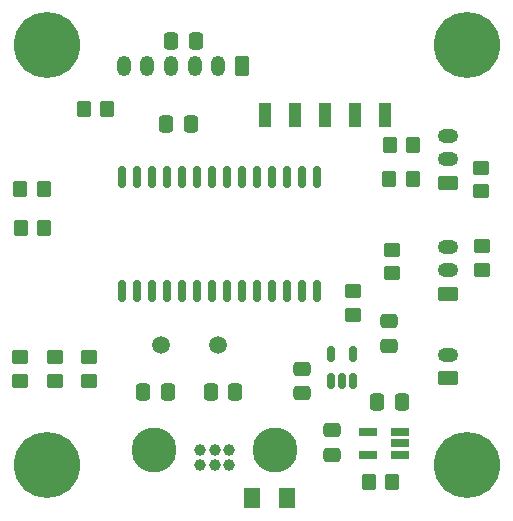
<source format=gbr>
%TF.GenerationSoftware,KiCad,Pcbnew,7.0.8*%
%TF.CreationDate,2024-04-09T20:43:08-04:00*%
%TF.ProjectId,vibBoard,76696242-6f61-4726-942e-6b696361645f,rev?*%
%TF.SameCoordinates,Original*%
%TF.FileFunction,Soldermask,Bot*%
%TF.FilePolarity,Negative*%
%FSLAX46Y46*%
G04 Gerber Fmt 4.6, Leading zero omitted, Abs format (unit mm)*
G04 Created by KiCad (PCBNEW 7.0.8) date 2024-04-09 20:43:08*
%MOMM*%
%LPD*%
G01*
G04 APERTURE LIST*
G04 Aperture macros list*
%AMRoundRect*
0 Rectangle with rounded corners*
0 $1 Rounding radius*
0 $2 $3 $4 $5 $6 $7 $8 $9 X,Y pos of 4 corners*
0 Add a 4 corners polygon primitive as box body*
4,1,4,$2,$3,$4,$5,$6,$7,$8,$9,$2,$3,0*
0 Add four circle primitives for the rounded corners*
1,1,$1+$1,$2,$3*
1,1,$1+$1,$4,$5*
1,1,$1+$1,$6,$7*
1,1,$1+$1,$8,$9*
0 Add four rect primitives between the rounded corners*
20,1,$1+$1,$2,$3,$4,$5,0*
20,1,$1+$1,$4,$5,$6,$7,0*
20,1,$1+$1,$6,$7,$8,$9,0*
20,1,$1+$1,$8,$9,$2,$3,0*%
G04 Aperture macros list end*
%ADD10C,3.800000*%
%ADD11C,1.000000*%
%ADD12RoundRect,0.250000X0.350000X0.625000X-0.350000X0.625000X-0.350000X-0.625000X0.350000X-0.625000X0*%
%ADD13O,1.200000X1.750000*%
%ADD14RoundRect,0.250000X0.625000X-0.350000X0.625000X0.350000X-0.625000X0.350000X-0.625000X-0.350000X0*%
%ADD15O,1.750000X1.200000*%
%ADD16C,5.600000*%
%ADD17RoundRect,0.250000X0.475000X-0.337500X0.475000X0.337500X-0.475000X0.337500X-0.475000X-0.337500X0*%
%ADD18RoundRect,0.250000X0.350000X0.450000X-0.350000X0.450000X-0.350000X-0.450000X0.350000X-0.450000X0*%
%ADD19RoundRect,0.250000X0.450000X-0.350000X0.450000X0.350000X-0.450000X0.350000X-0.450000X-0.350000X0*%
%ADD20RoundRect,0.250000X-0.450000X0.350000X-0.450000X-0.350000X0.450000X-0.350000X0.450000X0.350000X0*%
%ADD21RoundRect,0.250000X0.337500X0.475000X-0.337500X0.475000X-0.337500X-0.475000X0.337500X-0.475000X0*%
%ADD22RoundRect,0.250000X-0.475000X0.337500X-0.475000X-0.337500X0.475000X-0.337500X0.475000X0.337500X0*%
%ADD23RoundRect,0.250000X-0.337500X-0.475000X0.337500X-0.475000X0.337500X0.475000X-0.337500X0.475000X0*%
%ADD24R,1.560000X0.650000*%
%ADD25RoundRect,0.250000X-0.350000X-0.450000X0.350000X-0.450000X0.350000X0.450000X-0.350000X0.450000X0*%
%ADD26RoundRect,0.250001X-0.462499X-0.624999X0.462499X-0.624999X0.462499X0.624999X-0.462499X0.624999X0*%
%ADD27RoundRect,0.150000X0.150000X-0.750000X0.150000X0.750000X-0.150000X0.750000X-0.150000X-0.750000X0*%
%ADD28RoundRect,0.150000X0.150000X-0.512500X0.150000X0.512500X-0.150000X0.512500X-0.150000X-0.512500X0*%
%ADD29C,1.500000*%
%ADD30R,1.000000X2.000000*%
G04 APERTURE END LIST*
D10*
%TO.C,J1*%
X142354000Y-132080000D03*
X152654000Y-132080000D03*
D11*
X148754000Y-132080000D03*
X147504000Y-132080000D03*
X146254000Y-132080000D03*
X148754000Y-133330000D03*
X147504000Y-133330000D03*
X146254000Y-133330000D03*
%TD*%
D12*
%TO.C,J7*%
X149809200Y-99517200D03*
D13*
X147809200Y-99517200D03*
X145809200Y-99517200D03*
X143809200Y-99517200D03*
X141809200Y-99517200D03*
X139809200Y-99517200D03*
%TD*%
D14*
%TO.C,J5*%
X167222000Y-118856000D03*
D15*
X167222000Y-116856000D03*
X167222000Y-114856000D03*
%TD*%
D14*
%TO.C,J4*%
X167222000Y-126000000D03*
D15*
X167222000Y-124000000D03*
%TD*%
D16*
%TO.C,H3*%
X133350000Y-133350000D03*
%TD*%
D14*
%TO.C,J6*%
X167222000Y-109458000D03*
D15*
X167222000Y-107458000D03*
X167222000Y-105458000D03*
%TD*%
D16*
%TO.C,H1*%
X133350000Y-97790000D03*
%TD*%
%TO.C,H4*%
X168910000Y-133350000D03*
%TD*%
%TO.C,H2*%
X168910000Y-97790000D03*
%TD*%
D17*
%TO.C,C3*%
X162306000Y-123211500D03*
X162306000Y-121136500D03*
%TD*%
D18*
%TO.C,R3*%
X133064000Y-109982000D03*
X131064000Y-109982000D03*
%TD*%
D19*
%TO.C,R11*%
X170027600Y-110153200D03*
X170027600Y-108153200D03*
%TD*%
%TO.C,R10*%
X170180000Y-116824000D03*
X170180000Y-114824000D03*
%TD*%
D20*
%TO.C,R6*%
X134024000Y-124185500D03*
X134024000Y-126185500D03*
%TD*%
D21*
%TO.C,C6*%
X143531500Y-127177800D03*
X141456500Y-127177800D03*
%TD*%
D22*
%TO.C,C2*%
X154940000Y-125179000D03*
X154940000Y-127254000D03*
%TD*%
D23*
%TO.C,C13*%
X143840200Y-97434400D03*
X145915200Y-97434400D03*
%TD*%
D19*
%TO.C,R8*%
X159258000Y-120618000D03*
X159258000Y-118618000D03*
%TD*%
D20*
%TO.C,R5*%
X136906000Y-124185500D03*
X136906000Y-126185500D03*
%TD*%
D19*
%TO.C,R9*%
X162560000Y-117094000D03*
X162560000Y-115094000D03*
%TD*%
D18*
%TO.C,R12*%
X164306000Y-109118400D03*
X162306000Y-109118400D03*
%TD*%
%TO.C,R2*%
X138414000Y-103225600D03*
X136414000Y-103225600D03*
%TD*%
D24*
%TO.C,U2*%
X163195000Y-130556000D03*
X163195000Y-131506000D03*
X163195000Y-132456000D03*
X160495000Y-132456000D03*
X160495000Y-130556000D03*
%TD*%
D21*
%TO.C,C11*%
X145491200Y-104495600D03*
X143416200Y-104495600D03*
%TD*%
D25*
%TO.C,R13*%
X162322000Y-106222800D03*
X164322000Y-106222800D03*
%TD*%
D26*
%TO.C,F1*%
X150658500Y-136144000D03*
X153633500Y-136144000D03*
%TD*%
D27*
%TO.C,U4*%
X156210000Y-118566000D03*
X154940000Y-118566000D03*
X153670000Y-118566000D03*
X152400000Y-118566000D03*
X151130000Y-118566000D03*
X149860000Y-118566000D03*
X148590000Y-118566000D03*
X147320000Y-118566000D03*
X146050000Y-118566000D03*
X144780000Y-118566000D03*
X143510000Y-118566000D03*
X142240000Y-118566000D03*
X140970000Y-118566000D03*
X139700000Y-118566000D03*
X139700000Y-108966000D03*
X140970000Y-108966000D03*
X142240000Y-108966000D03*
X143510000Y-108966000D03*
X144780000Y-108966000D03*
X146050000Y-108966000D03*
X147320000Y-108966000D03*
X148590000Y-108966000D03*
X149860000Y-108966000D03*
X151130000Y-108966000D03*
X152400000Y-108966000D03*
X153670000Y-108966000D03*
X154940000Y-108966000D03*
X156210000Y-108966000D03*
%TD*%
D18*
%TO.C,R4*%
X133096000Y-113284000D03*
X131096000Y-113284000D03*
%TD*%
D25*
%TO.C,R1*%
X160560000Y-134742000D03*
X162560000Y-134742000D03*
%TD*%
D23*
%TO.C,C1*%
X161268500Y-128016000D03*
X163343500Y-128016000D03*
%TD*%
D20*
%TO.C,R7*%
X131064000Y-124206000D03*
X131064000Y-126206000D03*
%TD*%
D28*
%TO.C,U1*%
X159258000Y-126227000D03*
X158308000Y-126227000D03*
X157358000Y-126227000D03*
X157358000Y-123952000D03*
X159258000Y-123952000D03*
%TD*%
D23*
%TO.C,C5*%
X147167600Y-127177800D03*
X149242600Y-127177800D03*
%TD*%
D22*
%TO.C,C4*%
X157480000Y-130407500D03*
X157480000Y-132482500D03*
%TD*%
D29*
%TO.C,Y1*%
X147828000Y-123190000D03*
X142948000Y-123190000D03*
%TD*%
D30*
%TO.C,J2*%
X161950400Y-103733600D03*
X159410400Y-103733600D03*
X156870400Y-103733600D03*
X154330400Y-103733600D03*
X151790400Y-103733600D03*
%TD*%
M02*

</source>
